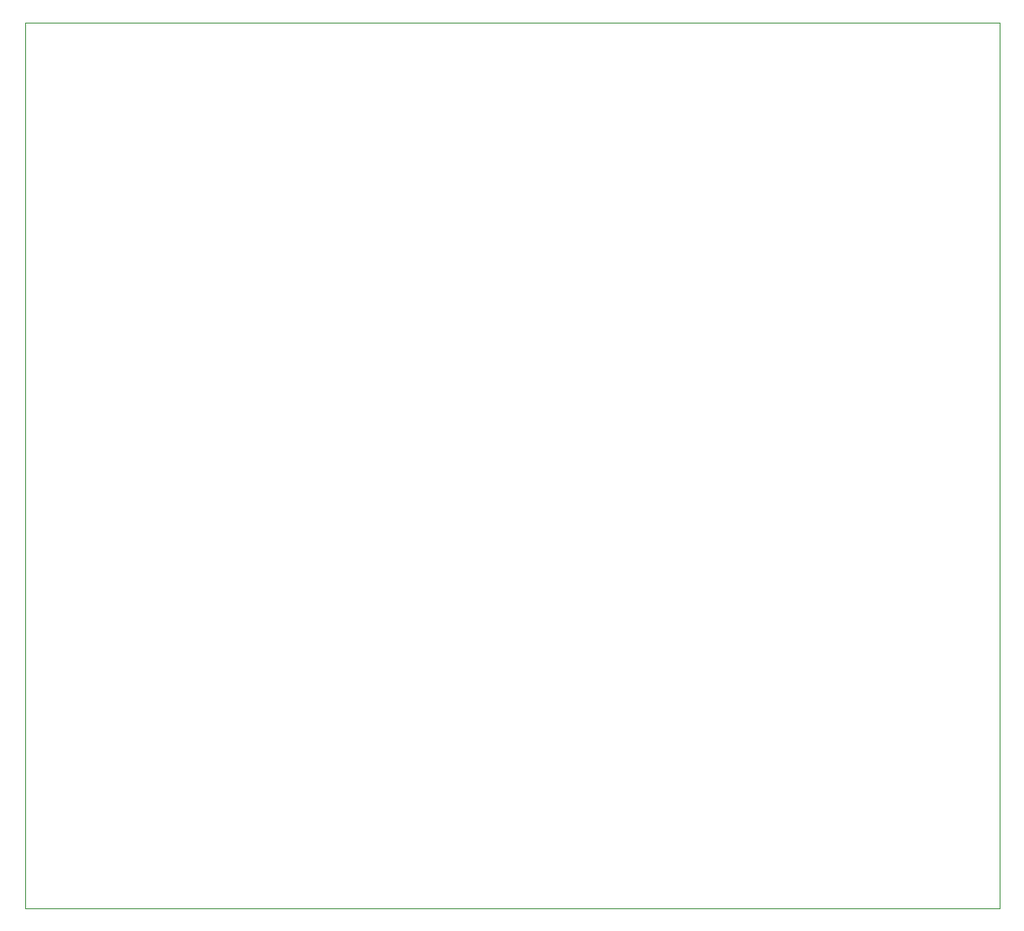
<source format=gbr>
%TF.GenerationSoftware,KiCad,Pcbnew,(6.0.5)*%
%TF.CreationDate,2022-06-29T09:08:07+08:00*%
%TF.ProjectId,TMC2209,544d4332-3230-4392-9e6b-696361645f70,rev?*%
%TF.SameCoordinates,Original*%
%TF.FileFunction,Profile,NP*%
%FSLAX46Y46*%
G04 Gerber Fmt 4.6, Leading zero omitted, Abs format (unit mm)*
G04 Created by KiCad (PCBNEW (6.0.5)) date 2022-06-29 09:08:07*
%MOMM*%
%LPD*%
G01*
G04 APERTURE LIST*
%TA.AperFunction,Profile*%
%ADD10C,0.100000*%
%TD*%
G04 APERTURE END LIST*
D10*
X83820000Y-140131800D02*
X83820000Y-50800000D01*
X182067200Y-140131800D02*
X83820000Y-140131800D01*
X182067200Y-50800000D02*
X182067200Y-140131800D01*
X83820000Y-50800000D02*
X182067200Y-50800000D01*
M02*

</source>
